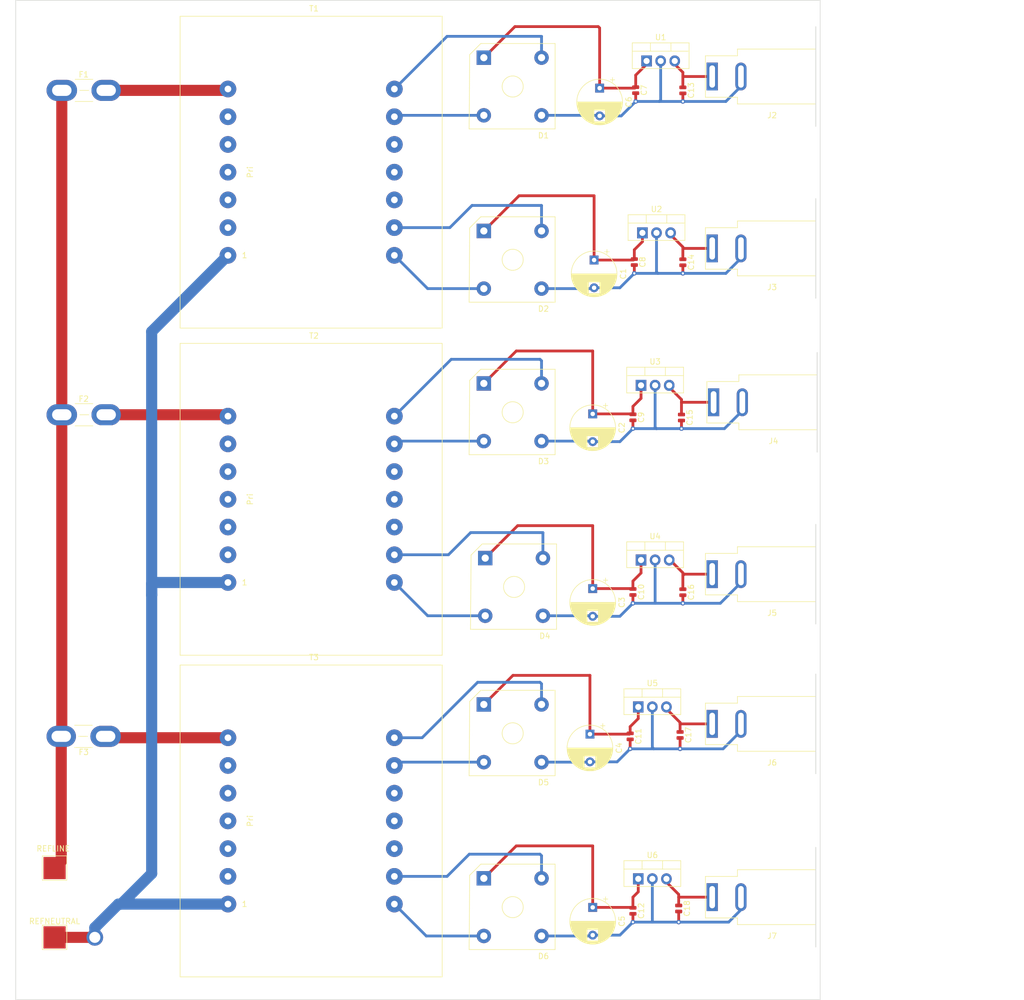
<source format=kicad_pcb>
(kicad_pcb (version 20211014) (generator pcbnew)
  (layers (0 "F.Cu" signal) (31 "B.Cu" signal) (34 "B.Paste" user) (35 "F.Paste" user) (36 "B.SilkS" user "B.Silkscreen") (37 "F.SilkS" user "F.Silkscreen") (38 "B.Mask" user) (39 "F.Mask" user) (44 "Edge.Cuts" user))
  (net 0 "")
  (net 1 "Net-(C1-Pad1)")
  (net 2 "Net-(C2-Pad1)")
  (net 3 "Net-(C10-Pad1)")
  (net 4 "Net-(C11-Pad1)")
  (net 5 "Net-(C12-Pad1)")
  (net 6 "Net-(C6-Pad1)")
  (net 7 "Net-(C13-Pad1)")
  (net 8 "Net-(C14-Pad1)")
  (net 9 "Net-(C15-Pad1)")
  (net 10 "Net-(C16-Pad1)")
  (net 11 "Net-(C17-Pad1)")
  (net 12 "Net-(C18-Pad1)")
  (net 13 "Net-(D1-Pad2)")
  (net 14 "Net-(D1-Pad4)")
  (net 15 "Net-(D2-Pad2)")
  (net 16 "Net-(D2-Pad4)")
  (net 17 "Net-(D3-Pad2)")
  (net 18 "Net-(D3-Pad4)")
  (net 19 "Net-(D4-Pad2)")
  (net 20 "Net-(D4-Pad4)")
  (net 21 "Net-(D5-Pad2)")
  (net 22 "Net-(D5-Pad4)")
  (net 23 "Net-(D6-Pad2)")
  (net 24 "Net-(D6-Pad4)")
  (net 25 "Line")
  (net 26 "Net-(F1-Pad2)")
  (net 27 "Net-(F2-Pad2)")
  (net 28 "Net-(F3-Pad1)")
  (net 29 "Neutral")
  (net 30 "GND")
  (footprint "Capacitor_THT:CP_Radial_D8.0mm_P5.00mm" (layer "F.Cu") (at 119.5 89.597349 -90)
    (fp_text reference "C2" (at 2.5 -5.25 90) (layer "F.SilkS"))
    (fp_text value "470uF")
    (pad "1" thru_hole rect (at 0 0 270) (size 1.6 1.6) (drill 0.8) (layers *.Cu *.Mask) (net 2 "Net-(C2-Pad1)"))
    (pad "2" thru_hole circle (at 5 0 270) (size 1.6 1.6) (drill 0.8) (layers *.Cu *.Mask) (net 30 "GND"))
  )
  (footprint "Transformer_THT:Transformer_CHK_EI54-12VA_2xSec" (layer "F.Cu") (at 53.75 120)
    (fp_text reference "T2" (at 15.5 -44.5) (layer "F.SilkS"))
    (fp_text value "Transformer_1P_2S")
    (fp_text user "1" (at 3 0) (layer "F.SilkS"))
    (fp_text user "Pri" (at 4 -15 90) (layer "F.SilkS"))
    (pad "1" thru_hole circle (at 0 0) (size 3 3) (drill 1.2) (layers *.Cu *.Mask) (net 29 "Neutral"))
    (pad "2" thru_hole circle (at 0 -5) (size 3 3) (drill 1.2) (layers *.Cu *.Mask))
    (pad "3" thru_hole circle (at 0 -10) (size 3 3) (drill 1.2) (layers *.Cu *.Mask))
    (pad "4" thru_hole circle (at 0 -15) (size 3 3) (drill 1.2) (layers *.Cu *.Mask))
    (pad "5" thru_hole circle (at 0 -20) (size 3 3) (drill 1.2) (layers *.Cu *.Mask))
    (pad "6" thru_hole circle (at 0 -25) (size 3 3) (drill 1.2) (layers *.Cu *.Mask))
    (pad "7" thru_hole circle (at 0 -30) (size 3 3) (drill 1.2) (layers *.Cu *.Mask) (net 27 "Net-(F2-Pad2)"))
    (pad "8" thru_hole circle (at 30 -30) (size 3 3) (drill 1.2) (layers *.Cu *.Mask) (net 18 "Net-(D3-Pad4)"))
    (pad "9" thru_hole circle (at 30 -25) (size 3 3) (drill 1.2) (layers *.Cu *.Mask) (net 17 "Net-(D3-Pad2)"))
    (pad "10" thru_hole circle (at 30 -20) (size 3 3) (drill 1.2) (layers *.Cu *.Mask))
    (pad "11" thru_hole circle (at 30 -15) (size 3 3) (drill 1.2) (layers *.Cu *.Mask))
    (pad "12" thru_hole circle (at 30 -10) (size 3 3) (drill 1.2) (layers *.Cu *.Mask))
    (pad "13" thru_hole circle (at 30 -5) (size 3 3) (drill 1.2) (layers *.Cu *.Mask) (net 20 "Net-(D4-Pad4)"))
    (pad "14" thru_hole circle (at 30 0) (size 3 3) (drill 1.2) (layers *.Cu *.Mask) (net 19 "Net-(D4-Pad2)"))
  )
  (footprint "Capacitor_THT:CP_Radial_D8.0mm_P5.00mm" (layer "F.Cu") (at 119.5 178.597349 -90)
    (fp_text reference "C5" (at 2.5 -5.25 90) (layer "F.SilkS"))
    (fp_text value "470uF")
    (pad "1" thru_hole rect (at 0 0 270) (size 1.6 1.6) (drill 0.8) (layers *.Cu *.Mask) (net 5 "Net-(C12-Pad1)"))
    (pad "2" thru_hole circle (at 5 0 270) (size 1.6 1.6) (drill 0.8) (layers *.Cu *.Mask) (net 30 "GND"))
  )
  (footprint "Package_TO_SOT_THT:TO-220-3_Vertical" (layer "F.Cu") (at 128.21 115.945)
    (fp_text reference "U4" (at 2.54 -4.27) (layer "F.SilkS"))
    (fp_text value "L7809")
    (pad "1" thru_hole rect (at 0 0) (size 1.905 2) (drill 1.1) (layers *.Cu *.Mask) (net 3 "Net-(C10-Pad1)"))
    (pad "2" thru_hole oval (at 2.54 0) (size 1.905 2) (drill 1.1) (layers *.Cu *.Mask) (net 30 "GND"))
    (pad "3" thru_hole oval (at 5.08 0) (size 1.905 2) (drill 1.1) (layers *.Cu *.Mask) (net 10 "Net-(C16-Pad1)"))
  )
  (footprint "TestPoint:TestPoint_Pad_4.0x4.0mm" (layer "F.Cu") (at 22.5 184)
    (fp_text reference "REFNEUTRAL" (at 0 -2.898) (layer "F.SilkS"))
    (fp_text value "TestPoint_Pad_4.0x4.0mm")
    (pad "1" smd rect (at 0 0) (size 4 4) (layers "F.Cu" "F.Mask") (net 29 "Neutral"))
  )
  (footprint "Capacitor_SMD:C_0504_1310Metric" (layer "F.Cu") (at 126.75 90.21 -90)
    (fp_text reference "C9" (at 0 -1.49 90) (layer "F.SilkS"))
    (fp_text value "0.33uF")
    (pad "1" smd roundrect (at -0.54 0 270) (size 0.66 1.28) (layers "F.Cu" "F.Paste" "F.Mask") (net 2 "Net-(C2-Pad1)"))
    (pad "2" smd roundrect (at 0.54 0 270) (size 0.66 1.28) (layers "F.Cu" "F.Paste" "F.Mask") (net 30 "GND"))
  )
  (footprint "Capacitor_THT:CP_Radial_D8.0mm_P5.00mm" (layer "F.Cu") (at 119 147.347349 -90)
    (fp_text reference "C4" (at 2.5 -5.25 90) (layer "F.SilkS"))
    (fp_text value "470uF")
    (pad "1" thru_hole rect (at 0 0 270) (size 1.6 1.6) (drill 0.8) (layers *.Cu *.Mask) (net 4 "Net-(C11-Pad1)"))
    (pad "2" thru_hole circle (at 5 0 270) (size 1.6 1.6) (drill 0.8) (layers *.Cu *.Mask) (net 30 "GND"))
  )
  (footprint "Capacitor_THT:CP_Radial_D8.0mm_P5.00mm" (layer "F.Cu") (at 120.75 30.847349 -90)
    (fp_text reference "C6" (at 2.5 -5.25 90) (layer "F.SilkS"))
    (fp_text value "470uF")
    (pad "1" thru_hole rect (at 0 0 270) (size 1.6 1.6) (drill 0.8) (layers *.Cu *.Mask) (net 6 "Net-(C6-Pad1)"))
    (pad "2" thru_hole circle (at 5 0 270) (size 1.6 1.6) (drill 0.8) (layers *.Cu *.Mask) (net 30 "GND"))
  )
  (footprint "Capacitor_SMD:C_0504_1310Metric" (layer "F.Cu") (at 135.25 147.5 -90)
    (fp_text reference "C17" (at 0 -1.49 90) (layer "F.SilkS"))
    (fp_text value "0.1uF")
    (pad "1" smd roundrect (at -0.54 0 270) (size 0.66 1.28) (layers "F.Cu" "F.Paste" "F.Mask") (net 11 "Net-(C17-Pad1)"))
    (pad "2" smd roundrect (at 0.54 0 270) (size 0.66 1.28) (layers "F.Cu" "F.Paste" "F.Mask") (net 30 "GND"))
  )
  (footprint "Transformer_THT:Transformer_CHK_EI54-12VA_2xSec" (layer "F.Cu") (at 53.75 61)
    (fp_text reference "T1" (at 15.5 -44.5) (layer "F.SilkS"))
    (fp_text value "Transformer_1P_2S")
    (fp_text user "1" (at 3 0) (layer "F.SilkS"))
    (fp_text user "Pri" (at 4 -15 90) (layer "F.SilkS"))
    (pad "1" thru_hole circle (at 0 0) (size 3 3) (drill 1.2) (layers *.Cu *.Mask) (net 29 "Neutral"))
    (pad "2" thru_hole circle (at 0 -5) (size 3 3) (drill 1.2) (layers *.Cu *.Mask))
    (pad "3" thru_hole circle (at 0 -10) (size 3 3) (drill 1.2) (layers *.Cu *.Mask))
    (pad "4" thru_hole circle (at 0 -15) (size 3 3) (drill 1.2) (layers *.Cu *.Mask))
    (pad "5" thru_hole circle (at 0 -20) (size 3 3) (drill 1.2) (layers *.Cu *.Mask))
    (pad "6" thru_hole circle (at 0 -25) (size 3 3) (drill 1.2) (layers *.Cu *.Mask))
    (pad "7" thru_hole circle (at 0 -30) (size 3 3) (drill 1.2) (layers *.Cu *.Mask) (net 26 "Net-(F1-Pad2)"))
    (pad "8" thru_hole circle (at 30 -30) (size 3 3) (drill 1.2) (layers *.Cu *.Mask) (net 14 "Net-(D1-Pad4)"))
    (pad "9" thru_hole circle (at 30 -25) (size 3 3) (drill 1.2) (layers *.Cu *.Mask) (net 13 "Net-(D1-Pad2)"))
    (pad "10" thru_hole circle (at 30 -20) (size 3 3) (drill 1.2) (layers *.Cu *.Mask))
    (pad "11" thru_hole circle (at 30 -15) (size 3 3) (drill 1.2) (layers *.Cu *.Mask))
    (pad "12" thru_hole circle (at 30 -10) (size 3 3) (drill 1.2) (layers *.Cu *.Mask))
    (pad "13" thru_hole circle (at 30 -5) (size 3 3) (drill 1.2) (layers *.Cu *.Mask) (net 16 "Net-(D2-Pad4)"))
    (pad "14" thru_hole circle (at 30 0) (size 3 3) (drill 1.2) (layers *.Cu *.Mask) (net 15 "Net-(D2-Pad2)"))
  )
  (footprint "Diode_THT:Diode_Bridge_Vishay_KBPC6" (layer "F.Cu") (at 99.875 84.1)
    (fp_text reference "D3" (at 10.75 14.05) (layer "F.SilkS"))
    (fp_text value "VS-KBPC806")
    (pad "1" thru_hole rect (at 0 0) (size 2.6 2.6) (drill 1.3) (layers *.Cu *.Mask) (net 2 "Net-(C2-Pad1)"))
    (pad "2" thru_hole circle (at 0 10.4) (size 2.6 2.6) (drill 1.3) (layers *.Cu *.Mask) (net 17 "Net-(D3-Pad2)"))
    (pad "3" thru_hole circle (at 10.4 10.4) (size 2.6 2.6) (drill 1.3) (layers *.Cu *.Mask) (net 30 "GND"))
    (pad "4" thru_hole circle (at 10.4 0) (size 2.6 2.6) (drill 1.3) (layers *.Cu *.Mask) (net 18 "Net-(D3-Pad4)"))
  )
  (footprint "Connector_BarrelJack:BarrelJack_SwitchcraftConxall_RAPC10U_Horizontal" (layer "F.Cu") (at 141.04 176.75 180)
    (fp_text reference "J7" (at -10.8 -7) (layer "F.SilkS"))
    (fp_text value "Jack-DC")
    (fp_line (start -18.67 -9) (end -18.67 9) (layer "Edge.Cuts") (width 0.12))
    (pad "1" thru_hole rect (at 0 0 180) (size 2.02 5.02) (drill oval 1.02 4.02) (layers *.Cu *.Mask) (net 12 "Net-(C18-Pad1)"))
    (pad "2" thru_hole oval (at -5.18 0 180) (size 2.02 5.02) (drill oval 1.02 4.02) (layers *.Cu *.Mask) (net 30 "GND"))
  )
  (footprint "Package_TO_SOT_THT:TO-220-3_Vertical" (layer "F.Cu") (at 128.46 56.945)
    (fp_text reference "U2" (at 2.54 -4.27) (layer "F.SilkS"))
    (fp_text value "L7809")
    (pad "1" thru_hole rect (at 0 0) (size 1.905 2) (drill 1.1) (layers *.Cu *.Mask) (net 1 "Net-(C1-Pad1)"))
    (pad "2" thru_hole oval (at 2.54 0) (size 1.905 2) (drill 1.1) (layers *.Cu *.Mask) (net 30 "GND"))
    (pad "3" thru_hole oval (at 5.08 0) (size 1.905 2) (drill 1.1) (layers *.Cu *.Mask) (net 8 "Net-(C14-Pad1)"))
  )
  (footprint "Connector_BarrelJack:BarrelJack_SwitchcraftConxall_RAPC10U_Horizontal" (layer "F.Cu") (at 141.04 145.5 180)
    (fp_text reference "J6" (at -10.8 -7) (layer "F.SilkS"))
    (fp_text value "Jack-DC")
    (fp_line (start -18.67 -9) (end -18.67 9) (layer "Edge.Cuts") (width 0.12))
    (pad "1" thru_hole rect (at 0 0 180) (size 2.02 5.02) (drill oval 1.02 4.02) (layers *.Cu *.Mask) (net 11 "Net-(C17-Pad1)"))
    (pad "2" thru_hole oval (at -5.18 0 180) (size 2.02 5.02) (drill oval 1.02 4.02) (layers *.Cu *.Mask) (net 30 "GND"))
  )
  (footprint "Diode_THT:Diode_Bridge_Vishay_KBPC6" (layer "F.Cu") (at 100.125 115.6)
    (fp_text reference "D4" (at 10.75 14.05) (layer "F.SilkS"))
    (fp_text value "VS-KBPC806")
    (pad "1" thru_hole rect (at 0 0) (size 2.6 2.6) (drill 1.3) (layers *.Cu *.Mask) (net 3 "Net-(C10-Pad1)"))
    (pad "2" thru_hole circle (at 0 10.4) (size 2.6 2.6) (drill 1.3) (layers *.Cu *.Mask) (net 19 "Net-(D4-Pad2)"))
    (pad "3" thru_hole circle (at 10.4 10.4) (size 2.6 2.6) (drill 1.3) (layers *.Cu *.Mask) (net 30 "GND"))
    (pad "4" thru_hole circle (at 10.4 0) (size 2.6 2.6) (drill 1.3) (layers *.Cu *.Mask) (net 20 "Net-(D4-Pad4)"))
  )
  (footprint "Capacitor_SMD:C_0504_1310Metric" (layer "F.Cu") (at 135.75 31.25 -90)
    (fp_text reference "C13" (at 0 -1.49 90) (layer "F.SilkS"))
    (fp_text value "0.1uF")
    (pad "1" smd roundrect (at -0.54 0 270) (size 0.66 1.28) (layers "F.Cu" "F.Paste" "F.Mask") (net 7 "Net-(C13-Pad1)"))
    (pad "2" smd roundrect (at 0.54 0 270) (size 0.66 1.28) (layers "F.Cu" "F.Paste" "F.Mask") (net 30 "GND"))
  )
  (footprint "Diode_THT:Diode_Bridge_Vishay_KBPC6" (layer "F.Cu") (at 99.875 56.6)
    (fp_text reference "D2" (at 10.75 14.05) (layer "F.SilkS"))
    (fp_text value "VS-KBPC806")
    (pad "1" thru_hole rect (at 0 0) (size 2.6 2.6) (drill 1.3) (layers *.Cu *.Mask) (net 1 "Net-(C1-Pad1)"))
    (pad "2" thru_hole circle (at 0 10.4) (size 2.6 2.6) (drill 1.3) (layers *.Cu *.Mask) (net 15 "Net-(D2-Pad2)"))
    (pad "3" thru_hole circle (at 10.4 10.4) (size 2.6 2.6) (drill 1.3) (layers *.Cu *.Mask) (net 30 "GND"))
    (pad "4" thru_hole circle (at 10.4 0) (size 2.6 2.6) (drill 1.3) (layers *.Cu *.Mask) (net 16 "Net-(D2-Pad4)"))
  )
  (footprint "Capacitor_SMD:C_0504_1310Metric" (layer "F.Cu") (at 126.75 121.71 -90)
    (fp_text reference "C10" (at 0 -1.49 90) (layer "F.SilkS"))
    (fp_text value "0.33uF")
    (pad "1" smd roundrect (at -0.54 0 270) (size 0.66 1.28) (layers "F.Cu" "F.Paste" "F.Mask") (net 3 "Net-(C10-Pad1)"))
    (pad "2" smd roundrect (at 0.54 0 270) (size 0.66 1.28) (layers "F.Cu" "F.Paste" "F.Mask") (net 30 "GND"))
  )
  (footprint "Package_TO_SOT_THT:TO-220-3_Vertical" (layer "F.Cu") (at 128.21 84.445)
    (fp_text reference "U3" (at 2.54 -4.27) (layer "F.SilkS"))
    (fp_text value "L7809")
    (pad "1" thru_hole rect (at 0 0) (size 1.905 2) (drill 1.1) (layers *.Cu *.Mask) (net 2 "Net-(C2-Pad1)"))
    (pad "2" thru_hole oval (at 2.54 0) (size 1.905 2) (drill 1.1) (layers *.Cu *.Mask) (net 30 "GND"))
    (pad "3" thru_hole oval (at 5.08 0) (size 1.905 2) (drill 1.1) (layers *.Cu *.Mask) (net 9 "Net-(C15-Pad1)"))
  )
  (footprint "Capacitor_SMD:C_0504_1310Metric" (layer "F.Cu") (at 127 62.21 -90)
    (fp_text reference "C8" (at 0 -1.49 90) (layer "F.SilkS"))
    (fp_text value "0.33uF")
    (pad "1" smd roundrect (at -0.54 0 270) (size 0.66 1.28) (layers "F.Cu" "F.Paste" "F.Mask") (net 1 "Net-(C1-Pad1)"))
    (pad "2" smd roundrect (at 0.54 0 270) (size 0.66 1.28) (layers "F.Cu" "F.Paste" "F.Mask") (net 30 "GND"))
  )
  (footprint "Capacitor_SMD:C_0504_1310Metric" (layer "F.Cu") (at 126.75 179.21 -90)
    (fp_text reference "C12" (at 0 -1.49 90) (layer "F.SilkS"))
    (fp_text value "0.33uF")
    (pad "1" smd roundrect (at -0.54 0 270) (size 0.66 1.28) (layers "F.Cu" "F.Paste" "F.Mask") (net 5 "Net-(C12-Pad1)"))
    (pad "2" smd roundrect (at 0.54 0 270) (size 0.66 1.28) (layers "F.Cu" "F.Paste" "F.Mask") (net 30 "GND"))
  )
  (footprint "Package_TO_SOT_THT:TO-220-3_Vertical" (layer "F.Cu") (at 127.71 142.445)
    (fp_text reference "U5" (at 2.54 -4.27) (layer "F.SilkS"))
    (fp_text value "L7809")
    (pad "1" thru_hole rect (at 0 0) (size 1.905 2) (drill 1.1) (layers *.Cu *.Mask) (net 4 "Net-(C11-Pad1)"))
    (pad "2" thru_hole oval locked (at 2.54 0) (size 1.905 2) (drill 1.1) (layers *.Cu *.Mask) (net 30 "GND"))
    (pad "3" thru_hole oval (at 5.08 0) (size 1.905 2) (drill 1.1) (layers *.Cu *.Mask) (net 11 "Net-(C17-Pad1)"))
  )
  (footprint "Fuse:Fuse_Blade_Mini_directSolder" (layer "F.Cu") (at 23.8 89.75)
    (fp_text reference "F2" (at 3.95 -2.85) (layer "F.SilkS"))
    (fp_text value "Fuse")
    (pad "1" thru_hole oval (at 0 0) (size 5.5 3.8) (drill oval 3.5 2) (layers *.Cu *.Mask) (net 25 "Line"))
    (pad "2" thru_hole oval (at 8 0) (size 5.3 3.8) (drill oval 3.5 2) (layers *.Cu *.Mask) (net 27 "Net-(F2-Pad2)"))
  )
  (footprint "Transformer_THT:Transformer_CHK_EI54-12VA_2xSec" (layer "F.Cu") (at 53.75 178)
    (fp_text reference "T3" (at 15.5 -44.5) (layer "F.SilkS"))
    (fp_text value "Transformer_1P_2S")
    (fp_text user "Pri" (at 4 -15 90) (layer "F.SilkS"))
    (fp_text user "1" (at 3 0) (layer "F.SilkS"))
    (pad "1" thru_hole circle (at 0 0) (size 3 3) (drill 1.2) (layers *.Cu *.Mask) (net 29 "Neutral"))
    (pad "2" thru_hole circle (at 0 -5) (size 3 3) (drill 1.2) (layers *.Cu *.Mask))
    (pad "3" thru_hole circle (at 0 -10) (size 3 3) (drill 1.2) (layers *.Cu *.Mask))
    (pad "4" thru_hole circle (at 0 -15) (size 3 3) (drill 1.2) (layers *.Cu *.Mask))
    (pad "5" thru_hole circle (at 0 -20) (size 3 3) (drill 1.2) (layers *.Cu *.Mask))
    (pad "6" thru_hole circle (at 0 -25) (size 3 3) (drill 1.2) (layers *.Cu *.Mask))
    (pad "7" thru_hole circle (at 0 -30) (size 3 3) (drill 1.2) (layers *.Cu *.Mask) (net 28 "Net-(F3-Pad1)"))
    (pad "8" thru_hole circle (at 30 -30) (size 3 3) (drill 1.2) (layers *.Cu *.Mask) (net 22 "Net-(D5-Pad4)"))
    (pad "9" thru_hole circle (at 30 -25) (size 3 3) (drill 1.2) (layers *.Cu *.Mask) (net 21 "Net-(D5-Pad2)"))
    (pad "10" thru_hole circle (at 30 -20) (size 3 3) (drill 1.2) (layers *.Cu *.Mask))
    (pad "11" thru_hole circle (at 30 -15) (size 3 3) (drill 1.2) (layers *.Cu *.Mask))
    (pad "12" thru_hole circle (at 30 -10) (size 3 3) (drill 1.2) (layers *.Cu *.Mask))
    (pad "13" thru_hole circle (at 30 -5) (size 3 3) (drill 1.2) (layers *.Cu *.Mask) (net 24 "Net-(D6-Pad4)"))
    (pad "14" thru_hole circle (at 30 0) (size 3 3) (drill 1.2) (layers *.Cu *.Mask) (net 23 "Net-(D6-Pad2)"))
  )
  (footprint "Capacitor_SMD:C_0504_1310Metric" (layer "F.Cu") (at 135 178.79 -90)
    (fp_text reference "C18" (at 0 -1.49 90) (layer "F.SilkS"))
    (fp_text value "0.1uF")
    (pad "1" smd roundrect (at -0.54 0 270) (size 0.66 1.28) (layers "F.Cu" "F.Paste" "F.Mask") (net 12 "Net-(C18-Pad1)"))
    (pad "2" smd roundrect (at 0.54 0 270) (size 0.66 1.28) (layers "F.Cu" "F.Paste" "F.Mask") (net 30 "GND"))
  )
  (footprint "Capacitor_THT:CP_Radial_D8.0mm_P5.00mm" (layer "F.Cu") (at 119.75 61.847349 -90)
    (fp_text reference "C1" (at 2.5 -5.25 90) (layer "F.SilkS"))
    (fp_text value "470uF")
    (pad "1" thru_hole rect (at 0 0 270) (size 1.6 1.6) (drill 0.8) (layers *.Cu *.Mask) (net 1 "Net-(C1-Pad1)"))
    (pad "2" thru_hole circle (at 5 0 270) (size 1.6 1.6) (drill 0.8) (layers *.Cu *.Mask) (net 30 "GND"))
  )
  (footprint "Connector_BarrelJack:BarrelJack_SwitchcraftConxall_RAPC10U_Horizontal" (layer "F.Cu") (at 141.04 59.75 180)
    (fp_text reference "J3" (at -10.8 -7) (layer "F.SilkS"))
    (fp_text value "Jack-DC")
    (fp_line (start -18.67 -9) (end -18.67 9) (layer "Edge.Cuts") (width 0.12))
    (pad "1" thru_hole rect (at 0 0 180) (size 2.02 5.02) (drill oval 1.02 4.02) (layers *.Cu *.Mask) (net 8 "Net-(C14-Pad1)"))
    (pad "2" thru_hole oval (at -5.18 0 180) (size 2.02 5.02) (drill oval 1.02 4.02) (layers *.Cu *.Mask) (net 30 "GND"))
  )
  (footprint "Connector_BarrelJack:BarrelJack_SwitchcraftConxall_RAPC10U_Horizontal" (layer "F.Cu") (at 141.04 118.5 180)
    (fp_text reference "J5" (at -10.8 -7) (layer "F.SilkS"))
    (fp_text value "Jack-DC")
    (fp_line (start -18.67 -9) (end -18.67 9) (layer "Edge.Cuts") (width 0.12))
    (pad "1" thru_hole rect (at 0 0 180) (size 2.02 5.02) (drill oval 1.02 4.02) (layers *.Cu *.Mask) (net 10 "Net-(C16-Pad1)"))
    (pad "2" thru_hole oval (at -5.18 0 180) (size 2.02 5.02) (drill oval 1.02 4.02) (layers *.Cu *.Mask) (net 30 "GND"))
  )
  (footprint "Capacitor_THT:CP_Radial_D8.0mm_P5.00mm" (layer "F.Cu") (at 119.5 121.097349 -90)
    (fp_text reference "C3" (at 2.5 -5.25 90) (layer "F.SilkS"))
    (fp_text value "470uF")
    (pad "1" thru_hole rect (at 0 0 270) (size 1.6 1.6) (drill 0.8) (layers *.Cu *.Mask) (net 3 "Net-(C10-Pad1)"))
    (pad "2" thru_hole circle (at 5 0 270) (size 1.6 1.6) (drill 0.8) (layers *.Cu *.Mask) (net 30 "GND"))
  )
  (footprint "Diode_THT:Diode_Bridge_Vishay_KBPC6" (layer "F.Cu") (at 99.875 142)
    (fp_text reference "D5" (at 10.75 14.05) (layer "F.SilkS"))
    (fp_text value "VS-KBPC806")
    (pad "1" thru_hole rect (at 0 0) (size 2.6 2.6) (drill 1.3) (layers *.Cu *.Mask) (net 4 "Net-(C11-Pad1)"))
    (pad "2" thru_hole circle (at 0 10.4) (size 2.6 2.6) (drill 1.3) (layers *.Cu *.Mask) (net 21 "Net-(D5-Pad2)"))
    (pad "3" thru_hole circle (at 10.4 10.4) (size 2.6 2.6) (drill 1.3) (layers *.Cu *.Mask) (net 30 "GND"))
    (pad "4" thru_hole circle (at 10.4 0) (size 2.6 2.6) (drill 1.3) (layers *.Cu *.Mask) (net 22 "Net-(D5-Pad4)"))
  )
  (footprint "Capacitor_SMD:C_0504_1310Metric" (layer "F.Cu") (at 135.75 121.75 -90)
    (fp_text reference "C16" (at 0 -1.49 90) (layer "F.SilkS"))
    (fp_text value "0.1uF")
    (pad "1" smd roundrect (at -0.54 0 270) (size 0.66 1.28) (layers "F.Cu" "F.Paste" "F.Mask") (net 10 "Net-(C16-Pad1)"))
    (pad "2" smd roundrect (at 0.54 0 270) (size 0.66 1.28) (layers "F.Cu" "F.Paste" "F.Mask") (net 30 "GND"))
  )
  (footprint "Capacitor_SMD:C_0504_1310Metric" (layer "F.Cu") (at 127.25 31.21 -90)
    (fp_text reference "C7" (at 0 -1.49 90) (layer "F.SilkS"))
    (fp_text value "0.33uF")
    (pad "1" smd roundrect (at -0.54 0 270) (size 0.66 1.28) (layers "F.Cu" "F.Paste" "F.Mask") (net 6 "Net-(C6-Pad1)"))
    (pad "2" smd roundrect (at 0.54 0 270) (size 0.66 1.28) (layers "F.Cu" "F.Paste" "F.Mask") (net 30 "GND"))
  )
  (footprint "TestPoint:TestPoint_Pad_4.0x4.0mm" (layer "F.Cu") (at 22.5 171.5)
    (fp_text reference "REFLINE" (at -0.25 -3.5) (layer "F.SilkS"))
    (fp_text value "TestPoint_Pad_4.0x4.0mm")
    (pad "1" smd rect (at 0 0) (size 4 4) (layers "F.Cu" "F.Mask") (net 25 "Line"))
  )
  (footprint "Diode_THT:Diode_Bridge_Vishay_KBPC6" (layer "F.Cu") (at 99.875 25.35)
    (fp_text reference "D1" (at 10.75 14.05) (layer "F.SilkS"))
    (fp_text value "VS-KBPC806")
    (pad "1" thru_hole rect (at 0 0) (size 2.6 2.6) (drill 1.3) (layers *.Cu *.Mask) (net 6 "Net-(C6-Pad1)"))
    (pad "2" thru_hole circle (at 0 10.4) (size 2.6 2.6) (drill 1.3) (layers *.Cu *.Mask) (net 13 "Net-(D1-Pad2)"))
    (pad "3" thru_hole circle (at 10.4 10.4) (size 2.6 2.6) (drill 1.3) (layers *.Cu *.Mask) (net 30 "GND"))
    (pad "4" thru_hole circle (at 10.4 0) (size 2.6 2.6) (drill 1.3) (layers *.Cu *.Mask) (net 14 "Net-(D1-Pad4)"))
  )
  (footprint "Package_TO_SOT_THT:TO-220-3_Vertical" (layer "F.Cu") (at 129.21 25.945)
    (fp_text reference "U1" (at 2.54 -4.27) (layer "F.SilkS"))
    (fp_text value "L7809")
    (pad "1" thru_hole rect (at 0 0) (size 1.905 2) (drill 1.1) (layers *.Cu *.Mask) (net 6 "Net-(C6-Pad1)"))
    (pad "2" thru_hole oval (at 2.54 0) (size 1.905 2) (drill 1.1) (layers *.Cu *.Mask) (net 30 "GND"))
    (pad "3" thru_hole oval (at 5.08 0) (size 1.905 2) (drill 1.1) (layers *.Cu *.Mask) (net 7 "Net-(C13-Pad1)"))
  )
  (footprint "Connector_BarrelJack:BarrelJack_SwitchcraftConxall_RAPC10U_Horizontal" (layer "F.Cu") (at 141.29 87.5 180)
    (fp_text reference "J4" (at -10.8 -7) (layer "F.SilkS"))
    (fp_text value "Jack-DC")
    (fp_line (start -18.67 -9) (end -18.67 9) (layer "Edge.Cuts") (width 0.12))
    (pad "1" thru_hole rect (at 0 0 180) (size 2.02 5.02) (drill oval 1.02 4.02) (layers *.Cu *.Mask) (net 9 "Net-(C15-Pad1)"))
    (pad "2" thru_hole oval (at -5.18 0 180) (size 2.02 5.02) (drill oval 1.02 4.02) (layers *.Cu *.Mask) (net 30 "GND"))
  )
  (footprint "Package_TO_SOT_THT:TO-220-3_Vertical" (layer "F.Cu") (at 127.71 173.445)
    (fp_text reference "U6" (at 2.54 -4.27) (layer "F.SilkS"))
    (fp_text value "L7809")
    (pad "1" thru_hole rect (at 0 0) (size 1.905 2) (drill 1.1) (layers *.Cu *.Mask) (net 5 "Net-(C12-Pad1)"))
    (pad "2" thru_hole oval (at 2.54 0) (size 1.905 2) (drill 1.1) (layers *.Cu *.Mask) (net 30 "GND"))
    (pad "3" thru_hole oval (at 5.08 0) (size 1.905 2) (drill 1.1) (layers *.Cu *.Mask) (net 12 "Net-(C18-Pad1)"))
  )
  (footprint "Fuse:Fuse_Blade_Mini_directSolder" (layer "F.Cu") (at 31.7 147.75 180)
    (fp_text reference "F3" (at 3.95 -2.85) (layer "F.SilkS"))
    (fp_text value "Fuse")
    (pad "1" thru_hole oval (at 0 0 180) (size 5.5 3.8) (drill oval 3.5 2) (layers *.Cu *.Mask) (net 28 "Net-(F3-Pad1)"))
    (pad "2" thru_hole oval (at 8 0 180) (size 5.3 3.8) (drill oval 3.5 2) (layers *.Cu *.Mask) (net 25 "Line"))
  )
  (footprint "Capacitor_SMD:C_0504_1310Metric" (layer "F.Cu") (at 135.5 90.25 -90)
    (fp_text reference "C15" (at 0 -1.49 90) (layer "F.SilkS"))
    (fp_text value "0.1uF")
    (pad "1" smd roundrect (at -0.54 0 270) (size 0.66 1.28) (layers "F.Cu" "F.Paste" "F.Mask") (net 9 "Net-(C15-Pad1)"))
    (pad "2" smd roundrect (at 0.54 0 270) (size 0.66 1.28) (layers "F.Cu" "F.Paste" "F.Mask") (net 30 "GND"))
  )
  (footprint "Connector_BarrelJack:BarrelJack_SwitchcraftConxall_RAPC10U_Horizontal" (layer "F.Cu") (at 141.04 28.75 180)
    (fp_text reference "J2" (at -10.8 -7) (layer "F.SilkS"))
    (fp_text value "Jack-DC")
    (fp_line (start -18.67 -9) (end -18.67 9) (layer "Edge.Cuts") (width 0.12))
    (pad "1" thru_hole rect (at 0 0 180) (size 2.02 5.02) (drill oval 1.02 4.02) (layers *.Cu *.Mask) (net 7 "Net-(C13-Pad1)"))
    (pad "2" thru_hole oval (at -5.18 0 180) (size 2.02 5.02) (drill oval 1.02 4.02) (layers *.Cu *.Mask) (net 30 "GND"))
  )
  (footprint "Capacitor_SMD:C_0504_1310Metric" (layer "F.Cu") (at 126.25 147.75 -90)
    (fp_text reference "C11" (at 0 -1.49 90) (layer "F.SilkS"))
    (fp_text value "0.33uF")
    (pad "1" smd roundrect (at -0.54 0 270) (size 0.66 1.28) (layers "F.Cu" "F.Paste" "F.Mask") (net 4 "Net-(C11-Pad1)"))
    (pad "2" smd roundrect (at 0.54 0 270) (size 0.66 1.28) (layers "F.Cu" "F.Paste" "F.Mask") (net 30 "GND"))
  )
  (footprint "Fuse:Fuse_Blade_Mini_directSolder" (layer "F.Cu") (at 23.8 31.25)
    (fp_text reference "F1" (at 3.95 -2.85) (layer "F.SilkS"))
    (fp_text value "Fuse")
    (pad "1" thru_hole oval (at 0 0) (size 5.5 3.8) (drill oval 3.5 2) (layers *.Cu *.Mask) (net 25 "Line"))
    (pad "2" thru_hole oval (at 8 0) (size 5.3 3.8) (drill oval 3.5 2) (layers *.Cu *.Mask) (net 26 "Net-(F1-Pad2)"))
  )
  (footprint "Diode_THT:Diode_Bridge_Vishay_KBPC6" (layer "F.Cu") (at 99.875 173.35)
    (fp_text reference "D6" (at 10.75 14.05) (layer "F.SilkS"))
    (fp_text value "VS-KBPC806")
    (pad "1" thru_hole rect (at 0 0) (size 2.6 2.6) (drill 1.3) (layers *.Cu *.Mask) (net 5 "Net-(C12-Pad1)"))
    (pad "2" thru_hole circle (at 0 10.4) (size 2.6 2.6) (drill 1.3) (layers *.Cu *.Mask) (net 23 "Net-(D6-Pad2)"))
    (pad "3" thru_hole circle (at 10.4 10.4) (size 2.6 2.6) (drill 1.3) (layers *.Cu *.Mask) (net 30 "GND"))
    (pad "4" thru_hole circle (at 10.4 0) (size 2.6 2.6) (drill 1.3) (layers *.Cu *.Mask) (net 24 "Net-(D6-Pad4)"))
  )
  (footprint "Capacitor_SMD:C_0504_1310Metric" (layer "F.Cu") (at 135.75 62.25 -90)
    (fp_text reference "C14" (at 0 -1.49 90) (layer "F.SilkS"))
    (fp_text value "0.1uF")
    (pad "1" smd roundrect (at -0.54 0 270) (size 0.66 1.28) (layers "F.Cu" "F.Paste" "F.Mask") (net 8 "Net-(C14-Pad1)"))
    (pad "2" smd roundrect (at 0.54 0 270) (size 0.66 1.28) (layers "F.Cu" "F.Paste" "F.Mask") (net 30 "GND"))
  )
  (gr_rect (start 160.5 195.25) (end 15.5 15) (layer "Edge.Cuts") (width 0.1) (fill none))
  (segment (start 106.225 50.25) (end 99.875 56.6) (width 0.5) (layer "F.Cu") (net 1))
  (segment (start 127 61.67) (end 127 60) (width 0.5) (layer "F.Cu") (net 1))
  (segment (start 127 60) (end 128.46 58.54) (width 0.5) (layer "F.Cu") (net 1))
  (segment (start 119.75 50.25) (end 106.225 50.25) (width 0.5) (layer "F.Cu") (net 1))
  (segment (start 119.75 61.847349) (end 119.75 50.25) (width 0.5) (layer "F.Cu") (net 1))
  (segment (start 128.46 58.54) (end 128.46 56.945) (width 0.5) (layer "F.Cu") (net 1))
  (segment (start 119.75 61.847349) (end 126.822651 61.847349) (width 0.5) (layer "F.Cu") (net 1))
  (segment (start 126.822651 61.847349) (end 127 61.67) (width 0.5) (layer "F.Cu") (net 1))
  (segment (start 119.5 89.597349) (end 119.5 78.25) (width 0.5) (layer "F.Cu") (net 2))
  (segment (start 126.677349 89.597349) (end 126.75 89.67) (width 0.5) (layer "F.Cu") (net 2))
  (segment (start 105.725 78.25) (end 99.875 84.1) (width 0.5) (layer "F.Cu") (net 2))
  (segment (start 119.5 89.597349) (end 126.677349 89.597349) (width 0.5) (layer "F.Cu") (net 2))
  (segment (start 128.21 86.79) (end 128.21 84.445) (width 0.5) (layer "F.Cu") (net 2))
  (segment (start 119.5 78.25) (end 105.725 78.25) (width 0.5) (layer "F.Cu") (net 2))
  (segment (start 126.75 89.67) (end 126.75 88.25) (width 0.5) (layer "F.Cu") (net 2))
  (segment (start 126.75 88.25) (end 128.21 86.79) (width 0.5) (layer "F.Cu") (net 2))
  (segment (start 126.677349 121.097349) (end 126.75 121.17) (width 0.5) (layer "F.Cu") (net 3))
  (segment (start 119.5 121.097349) (end 126.677349 121.097349) (width 0.5) (layer "F.Cu") (net 3))
  (segment (start 119.5 121.097349) (end 119.5 109.75) (width 0.5) (layer "F.Cu") (net 3))
  (segment (start 105.975 109.75) (end 100.125 115.6) (width 0.5) (layer "F.Cu") (net 3))
  (segment (start 128.21 118.29) (end 128.21 115.945) (width 0.5) (layer "F.Cu") (net 3))
  (segment (start 119.5 109.75) (end 105.975 109.75) (width 0.5) (layer "F.Cu") (net 3))
  (segment (start 126.75 119.75) (end 128.21 118.29) (width 0.5) (layer "F.Cu") (net 3))
  (segment (start 126.75 121.17) (end 126.75 119.75) (width 0.5) (layer "F.Cu") (net 3))
  (segment (start 126.25 147.21) (end 126.112651 147.347349) (width 0.5) (layer "F.Cu") (net 4))
  (segment (start 127.71 144.54) (end 127.71 142.445) (width 0.5) (layer "F.Cu") (net 4))
  (segment (start 119 136.75) (end 105.125 136.75) (width 0.5) (layer "F.Cu") (net 4))
  (segment (start 126.25 147.21) (end 126.25 146) (width 0.5) (layer "F.Cu") (net 4))
  (segment (start 126.112651 147.347349) (end 119 147.347349) (width 0.5) (layer "F.Cu") (net 4))
  (segment (start 126.25 146) (end 127.71 144.54) (width 0.5) (layer "F.Cu") (net 4))
  (segment (start 105.125 136.75) (end 99.875 142) (width 0.5) (layer "F.Cu") (net 4))
  (segment (start 119 147.347349) (end 119 136.75) (width 0.5) (layer "F.Cu") (net 4))
  (segment (start 119.5 178.597349) (end 119.5 167.5) (width 0.5) (layer "F.Cu") (net 5))
  (segment (start 105.725 167.5) (end 99.875 173.35) (width 0.5) (layer "F.Cu") (net 5))
  (segment (start 119.5 178.597349) (end 126.677349 178.597349) (width 0.5) (layer "F.Cu") (net 5))
  (segment (start 126.677349 178.597349) (end 126.75 178.67) (width 0.5) (layer "F.Cu") (net 5))
  (segment (start 127.71 175.79) (end 127.71 173.445) (width 0.5) (layer "F.Cu") (net 5))
  (segment (start 119.5 167.5) (end 105.725 167.5) (width 0.5) (layer "F.Cu") (net 5))
  (segment (start 126.75 178.67) (end 126.75 176.75) (width 0.5) (layer "F.Cu") (net 5))
  (segment (start 126.75 176.75) (end 127.71 175.79) (width 0.5) (layer "F.Cu") (net 5))
  (segment (start 120.75 30.847349) (end 127.072651 30.847349) (width 0.5) (layer "F.Cu") (net 6))
  (segment (start 105.475 19.75) (end 99.875 25.35) (width 0.5) (layer "F.Cu") (net 6))
  (segment (start 129.21 26.54) (end 129.21 25.945) (width 0.5) (layer "F.Cu") (net 6))
  (segment (start 127.25 28.5) (end 129.21 26.54) (width 0.5) (layer "F.Cu") (net 6))
  (segment (start 127.25 30.67) (end 127.25 28.5) (width 0.5) (layer "F.Cu") (net 6))
  (segment (start 120.75 20) (end 120.5 19.75) (width 0.5) (layer "F.Cu") (net 6))
  (segment (start 120.5 19.75) (end 105.475 19.75) (width 0.5) (layer "F.Cu") (net 6))
  (segment (start 127.072651 30.847349) (end 127.25 30.67) (width 0.5) (layer "F.Cu") (net 6))
  (segment (start 120.75 30.847349) (end 120.75 20) (width 0.5) (layer "F.Cu") (net 6))
  (segment (start 135.75 28.75) (end 135.75 28) (width 0.5) (layer "F.Cu") (net 7))
  (segment (start 141.04 28.75) (end 135.75 28.75) (width 0.5) (layer "F.Cu") (net 7))
  (segment (start 135.75 30.71) (end 135.75 28.75) (width 0.5) (layer "F.Cu") (net 7))
  (segment (start 135.75 28) (end 134.29 26.54) (width 0.5) (layer "F.Cu") (net 7))
  (segment (start 134.29 26.54) (end 134.29 25.945) (width 0.5) (layer "F.Cu") (net 7))
  (segment (start 135.75 59.75) (end 135.75 59.5) (width 0.5) (layer "F.Cu") (net 8))
  (segment (start 135.75 59.5) (end 133.54 57.29) (width 0.5) (layer "F.Cu") (net 8))
  (segment (start 133.54 57.29) (end 133.54 56.945) (width 0.5) (layer "F.Cu") (net 8))
  (segment (start 135.75 61.71) (end 135.75 59.75) (width 0.5) (layer "F.Cu") (net 8))
  (segment (start 141.04 59.75) (end 135.75 59.75) (width 0.5) (layer "F.Cu") (net 8))
  (segment (start 135.5 87) (end 133.29 84.79) (width 0.5) (layer "F.Cu") (net 9))
  (segment (start 135.5 87.5) (end 135.5 87) (width 0.5) (layer "F.Cu") (net 9))
  (segment (start 141.29 87.5) (end 135.5 87.5) (width 0.5) (layer "F.Cu") (net 9))
  (segment (start 135.5 89.71) (end 135.5 87.5) (width 0.5) (layer "F.Cu") (net 9))
  (segment (start 133.29 84.79) (end 133.29 84.445) (width 0.5) (layer "F.Cu") (net 9))
  (segment (start 133.445 115.945) (end 133.29 115.945) (width 0.5) (layer "F.Cu") (net 10))
  (segment (start 136 118.5) (end 135.75 118.75) (width 0.5) (layer "F.Cu") (net 10))
  (segment (start 135.75 118.25) (end 133.445 115.945) (width 0.5) (layer "F.Cu") (net 10))
  (segment (start 135.75 118.75) (end 135.75 118.25) (width 0.5) (layer "F.Cu") (net 10))
  (segment (start 141.04 118.5) (end 136 118.5) (width 0.5) (layer "F.Cu") (net 10))
  (segment (start 135.75 121.21) (end 135.75 118.75) (width 0.5) (layer "F.Cu") (net 10))
  (segment (start 135.25 145.5) (end 135.25 145.25) (width 0.5) (layer "F.Cu") (net 11))
  (segment (start 141.04 145.5) (end 135.25 145.5) (width 0.5) (layer "F.Cu") (net 11))
  (segment (start 135.25 146.96) (end 135.25 145.5) (width 0.5) (layer "F.Cu") (net 11))
  (segment (start 132.79 142.79) (end 132.79 142.445) (width 0.5) (layer "F.Cu") (net 11))
  (segment (start 135.25 145.25) (end 132.79 142.79) (width 0.5) (layer "F.Cu") (net 11))
  (segment (start 135 178.25) (end 135 176.75) (width 0.5) (layer "F.Cu") (net 12))
  (segment (start 141.04 176.75) (end 135 176.75) (width 0.5) (layer "F.Cu") (net 12))
  (segment (start 135 176.75) (end 135 176.25) (width 0.5) (layer "F.Cu") (net 12))
  (segment (start 135 176.25) (end 132.79 174.04) (width 0.5) (layer "F.Cu") (net 12))
  (segment (start 132.79 174.04) (end 132.79 173.445) (width 0.5) (layer "F.Cu") (net 12))
  (segment (start 84 35.75) (end 83.75 36) (width 0.5) (layer "B.Cu") (net 13))
  (segment (start 99.875 35.75) (end 84 35.75) (width 0.5) (layer "B.Cu") (net 13))
  (segment (start 110.25 21.5) (end 110.275 21.525) (width 0.5) (layer "B.Cu") (net 14))
  (segment (start 83.75 31) (end 93.25 21.5) (width 0.5) (layer "B.Cu") (net 14))
  (segment (start 110.275 21.525) (end 110.275 25.35) (width 0.5) (layer "B.Cu") (net 14))
  (segment (start 93.25 21.5) (end 110.25 21.5) (width 0.5) (layer "B.Cu") (net 14))
  (segment (start 89.75 67) (end 83.75 61) (width 0.5) (layer "B.Cu") (net 15))
  (segment (start 99.875 67) (end 89.75 67) (width 0.5) (layer "B.Cu") (net 15))
  (segment (start 110.25 52) (end 110.275 52.025) (width 0.5) (layer "B.Cu") (net 16))
  (segment (start 97.75 52) (end 110.25 52) (width 0.5) (layer "B.Cu") (net 16))
  (segment (start 110.275 52.025) (end 110.275 56.6) (width 0.5) (layer "B.Cu") (net 16))
  (segment (start 93.75 56) (end 97.75 52) (width 0.5) (layer "B.Cu") (net 16))
  (segment (start 83.75 56) (end 93.75 56) (width 0.5) (layer "B.Cu") (net 16))
  (segment (start 84.25 94.5) (end 83.75 95) (width 0.5) (layer "B.Cu") (net 17))
  (segment (start 99.875 94.5) (end 84.25 94.5) (width 0.5) (layer "B.Cu") (net 17))
  (segment (start 110.275 80.025) (end 110.275 84.1) (width 0.5) (layer "B.Cu") (net 18))
  (segment (start 94 79.75) (end 110 79.75) (width 0.5) (layer "B.Cu") (net 18))
  (segment (start 83.75 90) (end 94 79.75) (width 0.5) (layer "B.Cu") (net 18))
  (segment (start 110 79.75) (end 110.275 80.025) (width 0.5) (layer "B.Cu") (net 18))
  (segment (start 100.125 126) (end 89.75 126) (width 0.5) (layer "B.Cu") (net 19))
  (segment (start 89.75 126) (end 83.75 120) (width 0.5) (layer "B.Cu") (net 19))
  (segment (start 110.5 111) (end 110.525 111.025) (width 0.5) (layer "B.Cu") (net 20))
  (segment (start 83.75 115) (end 93.5 115) (width 0.5) (layer "B.Cu") (net 20))
  (segment (start 110.525 111.025) (end 110.525 115.6) (width 0.5) (layer "B.Cu") (net 20))
  (segment (start 93.5 115) (end 97.5 111) (width 0.5) (layer "B.Cu") (net 20))
  (segment (start 97.5 111) (end 110.5 111) (width 0.5) (layer "B.Cu") (net 20))
  (segment (start 84.35 152.4) (end 83.75 153) (width 0.5) (layer "B.Cu") (net 21))
  (segment (start 99.875 152.4) (end 84.35 152.4) (width 0.5) (layer "B.Cu") (net 21))
  (segment (start 88.75 148) (end 98.75 138) (width 0.5) (layer "B.Cu") (net 22))
  (segment (start 110 138) (end 110.275 138.275) (width 0.5) (layer "B.Cu") (net 22))
  (segment (start 98.75 138) (end 110 138) (width 0.5) (layer "B.Cu") (net 22))
  (segment (start 83.75 148) (end 88.75 148) (width 0.5) (layer "B.Cu") (net 22))
  (segment (start 110.275 138.275) (end 110.275 142) (width 0.5) (layer "B.Cu") (net 22))
  (segment (start 89.5 183.75) (end 83.75 178) (width 0.5) (layer "B.Cu") (net 23))
  (segment (start 99.875 183.75) (end 89.5 183.75) (width 0.5) (layer "B.Cu") (net 23))
  (segment (start 110.275 169.275) (end 110.275 173.35) (width 0.5) (layer "B.Cu") (net 24))
  (segment (start 83.75 173) (end 93.25 173) (width 0.5) (layer "B.Cu") (net 24))
  (segment (start 110 169) (end 110.275 169.275) (width 0.5) (layer "B.Cu") (net 24))
  (segment (start 93.25 173) (end 97.25 169) (width 0.5) (layer "B.Cu") (net 24))
  (segment (start 97.25 169) (end 110 169) (width 0.5) (layer "B.Cu") (net 24))
  (segment (start 23.7 170.3) (end 22.5 171.5) (width 2) (layer "F.Cu") (net 25))
  (segment (start 23.8 89.75) (end 23.8 147.65) (width 2) (layer "F.Cu") (net 25))
  (segment (start 23.8 147.65) (end 23.7 147.75) (width 2) (layer "F.Cu") (net 25))
  (segment (start 23.7 147.75) (end 23.7 170.3) (width 2) (layer "F.Cu") (net 25))
  (segment (start 23.8 31.25) (end 23.8 89.75) (width 2) (layer "F.Cu") (net 25))
  (segment (start 53.5 31.25) (end 53.75 31) (width 2) (layer "F.Cu") (net 26))
  (segment (start 31.8 31.25) (end 53.5 31.25) (width 2) (layer "F.Cu") (net 26))
  (segment (start 53.5 89.75) (end 53.75 90) (width 2) (layer "F.Cu") (net 27))
  (segment (start 31.8 89.75) (end 53.5 89.75) (width 2) (layer "F.Cu") (net 27))
  (segment (start 53.75 148) (end 31.95 148) (width 2) (layer "F.Cu") (net 28))
  (segment (start 29.75 184) (end 22.5 184) (width 2) (layer "F.Cu") (net 29))
  (via (at 29.75 184) (size 3) (drill 2) (layers "F.Cu" "B.Cu") (net 29))
  (segment (start 29.75 182.25) (end 29.75 184) (width 2) (layer "B.Cu") (net 29))
  (segment (start 34.5 178) (end 34 178) (width 2) (layer "B.Cu") (net 29))
  (segment (start 34 178) (end 29.75 182.25) (width 2) (layer "B.Cu") (net 29))
  (segment (start 34.5 178) (end 53.75 178) (width 2) (layer "B.Cu") (net 29))
  (segment (start 40 122.25) (end 40 172.5) (width 2) (layer "B.Cu") (net 29))
  (segment (start 53.75 61) (end 40 74.75) (width 2) (layer "B.Cu") (net 29))
  (segment (start 40 172.5) (end 34.5 178) (width 2) (layer "B.Cu") (net 29))
  (segment (start 40 74.75) (end 40 122.25) (width 2) (layer "B.Cu") (net 29))
  (segment (start 53.75 120) (end 40.25 120) (width 2) (layer "B.Cu") (net 29))
  (segment (start 40.25 120) (end 40 120.25) (width 2) (layer "B.Cu") (net 29))
  (segment (start 40 120.25) (end 40 122.25) (width 2) (layer "B.Cu") (net 29))
  (segment (start 126.75 122.25) (end 126.75 123.75) (width 0.5) (layer "F.Cu") (net 30))
  (segment (start 127 62.75) (end 127 64.25) (width 0.5) (layer "F.Cu") (net 30))
  (segment (start 135.75 122.29) (end 135.75 123.75) (width 0.5) (layer "F.Cu") (net 30))
  (segment (start 135 179.33) (end 135 181.25) (width 0.5) (layer "F.Cu") (net 30))
  (segment (start 126.75 179.75) (end 126.75 181.25) (width 0.5) (layer "F.Cu") (net 30))
  (segment (start 126.25 148.29) (end 126.25 150) (width 0.5) (layer "F.Cu") (net 30))
  (segment (start 135.75 31.79) (end 135.75 33.25) (width 0.5) (layer "F.Cu") (net 30))
  (segment (start 127.25 31.75) (end 127.25 33.25) (width 0.5) (layer "F.Cu") (net 30))
  (segment (start 135.5 90.79) (end 135.5 92.25) (width 0.5) (layer "F.Cu") (net 30))
  (segment (start 126.75 90.75) (end 126.75 92.25) (width 0.5) (layer "F.Cu") (net 30))
  (segment (start 135.75 62.79) (end 135.75 64.25) (width 0.5) (layer "F.Cu") (net 30))
  (segment (start 135.25 148.04) (end 135.25 150) (width 0.5) (layer "F.Cu") (net 30))
  (via (at 126.75 92.25) (size 0.8) (drill 0.4) (layers "F.Cu" "B.Cu") (net 30))
  (via (at 135.75 64.25) (size 0.8) (drill 0.4) (layers "F.Cu" "B.Cu") (net 30))
  (via (at 126.25 150) (size 0.8) (drill 0.4) (layers "F.Cu" "B.Cu") (net 30))
  (via (at 135.5 92.25) (size 0.8) (drill 0.4) (layers "F.Cu" "B.Cu") (net 30))
  (via (at 135.25 150) (size 0.8) (drill 0.4) (layers "F.Cu" "B.Cu") (net 30))
  (via (at 126.75 181.25) (size 0.8) (drill 0.4) (layers "F.Cu" "B.Cu") (net 30))
  (via (at 127.25 33.25) (size 0.8) (drill 0.4) (layers "F.Cu" "B.Cu") (net 30))
  (via (at 127 64.25) (size 0.8) (drill 0.4) (layers "F.Cu" "B.Cu") (net 30))
  (via (at 126.75 123.75) (size 0.8) (drill 0.4) (layers "F.Cu" "B.Cu") (net 30))
  (via (at 135 181.25) (size 0.8) (drill 0.4) (layers "F.Cu" "B.Cu") (net 30))
  (via (at 135.75 33.25) (size 0.8) (drill 0.4) (layers "F.Cu" "B.Cu") (net 30))
  (via (at 135.75 123.75) (size 0.8) (drill 0.4) (layers "F.Cu" "B.Cu") (net 30))
  (segment (start 127 64.25) (end 131.25 64.25) (width 0.5) (layer "B.Cu") (net 30))
  (segment (start 146.22 179.03) (end 146.22 176.75) (width 0.5) (layer "B.Cu") (net 30))
  (segment (start 130.25 142.445) (end 130.25 149.75) (width 0.5) (layer "B.Cu") (net 30))
  (segment (start 127.25 33.25) (end 131.5 33.25) (width 0.5) (layer "B.Cu") (net 30))
  (segment (start 110.275 152.4) (end 118.947349 152.4) (width 0.5) (layer "B.Cu") (net 30))
  (segment (start 120.75 35.847349) (end 124.652651 35.847349) (width 0.5) (layer "B.Cu") (net 30))
  (segment (start 118.947349 152.4) (end 119 152.347349) (width 0.5) (layer "B.Cu") (net 30))
  (segment (start 131.25 64.25) (end 135.75 64.25) (width 0.5) (layer "B.Cu") (net 30))
  (segment (start 131 64) (end 131.25 64.25) (width 0.5) (layer "B.Cu") (net 30))
  (segment (start 146.22 30.53) (end 146.22 28.75) (width 0.5) (layer "B.Cu") (net 30))
  (segment (start 143 150) (end 146.22 146.78) (width 0.5) (layer "B.Cu") (net 30))
  (segment (start 124.652651 35.847349) (end 127.25 33.25) (width 0.5) (layer "B.Cu") (net 30))
  (segment (start 130.25 149.75) (end 130.5 150) (width 0.5) (layer "B.Cu") (net 30))
  (segment (start 126.25 150) (end 130.5 150) (width 0.5) (layer "B.Cu") (net 30))
  (segment (start 135.75 123.75) (end 130.75 123.75) (width 0.5) (layer "B.Cu") (net 30))
  (segment (start 124.402651 94.597349) (end 126.75 92.25) (width 0.5) (layer "B.Cu") (net 30))
  (segment (start 131.5 33.25) (end 135.75 33.25) (width 0.5) (layer "B.Cu") (net 30))
  (segment (start 110.275 35.75) (end 120.652651 35.75) (width 0.5) (layer "B.Cu") (net 30))
  (segment (start 119.347349 183.75) (end 119.5 183.597349) (width 0.5) (layer "B.Cu") (net 30))
  (segment (start 146.47 89.03) (end 146.47 87.5) (width 0.5) (layer "B.Cu") (net 30))
  (segment (start 146.22 61.53) (end 146.22 59.75) (width 0.5) (layer "B.Cu") (net 30))
  (segment (start 119 152.347349) (end 123.902651 152.347349) (width 0.5) (layer "B.Cu") (net 30))
  (segment (start 143.5 64.25) (end 146.22 61.53) (width 0.5) (layer "B.Cu") (net 30))
  (segment (start 120.652651 35.75) (end 120.75 35.847349) (width 0.5) (layer "B.Cu") (net 30))
  (segment (start 123.902651 152.347349) (end 126.25 150) (width 0.5) (layer "B.Cu") (net 30))
  (segment (start 124.402651 126.097349) (end 126.75 123.75) (width 0.5) (layer "B.Cu") (net 30))
  (segment (start 131.75 25.945) (end 131.75 33) (width 0.5) (layer "B.Cu") (net 30))
  (segment (start 110.525 126) (end 119.402651 126) (width 0.5) (layer "B.Cu") (net 30))
  (segment (start 119.5 183.597349) (end 124.402651 183.597349) (width 0.5) (layer "B.Cu") (net 30))
  (segment (start 143.25 92.25) (end 146.47 89.03) (width 0.5) (layer "B.Cu") (net 30))
  (segment (start 124.402651 66.847349) (end 127 64.25) (width 0.5) (layer "B.Cu") (net 30))
  (segment (start 119.402651 94.5) (end 119.5 94.597349) (width 0.5) (layer "B.Cu") (net 30))
  (segment (start 130.75 115.945) (end 130.75 123.75) (width 0.5) (layer "B.Cu") (net 30))
  (segment (start 124.402651 183.597349) (end 126.75 181.25) (width 0.5) (layer "B.Cu") (net 30))
  (segment (start 131 92.25) (end 126.75 92.25) (width 0.5) (layer "B.Cu") (net 30))
  (segment (start 119.597349 67) (end 119.75 66.847349) (width 0.5) (layer "B.Cu") (net 30))
  (segment (start 135.5 92.25) (end 143.25 92.25) (width 0.5) (layer "B.Cu") (net 30))
  (segment (start 135.75 33.25) (end 143.5 33.25) (width 0.5) (layer "B.Cu") (net 30))
  (segment (start 135.25 150) (end 143 150) (width 0.5) (layer "B.Cu") (net 30))
  (segment (start 131.75 33) (end 131.5 33.25) (width 0.5) (layer "B.Cu") (net 30))
  (segment (start 146.22 146.78) (end 146.22 145.5) (width 0.5) (layer "B.Cu") (net 30))
  (segment (start 135.75 123.75) (end 142.5 123.75) (width 0.5) (layer "B.Cu") (net 30))
  (segment (start 146.22 120.03) (end 146.22 118.5) (width 0.5) (layer "B.Cu") (net 30))
  (segment (start 130.25 181.25) (end 135 181.25) (width 0.5) (layer "B.Cu") (net 30))
  (segment (start 135 181.25) (end 144 181.25) (width 0.5) (layer "B.Cu") (net 30))
  (segment (start 130.75 123.75) (end 126.75 123.75) (width 0.5) (layer "B.Cu") (net 30))
  (segment (start 110.275 94.5) (end 119.402651 94.5) (width 0.5) (layer "B.Cu") (net 30))
  (segment (start 135.75 64.25) (end 143.5 64.25) (width 0.5) (layer "B.Cu") (net 30))
  (segment (start 130.25 181.25) (end 126.75 181.25) (width 0.5) (layer "B.Cu") (net 30))
  (segment (start 130.5 150) (end 135.25 150) (width 0.5) (layer "B.Cu") (net 30))
  (segment (start 130.75 92) (end 131 92.25) (width 0.5) (layer "B.Cu") (net 30))
  (segment (start 119.75 66.847349) (end 124.402651 66.847349) (width 0.5) (layer "B.Cu") (net 30))
  (segment (start 144 181.25) (end 146.22 179.03) (width 0.5) (layer "B.Cu") (net 30))
  (segment (start 130.25 173.445) (end 130.25 181.25) (width 0.5) (layer "B.Cu") (net 30))
  (segment (start 110.275 67) (end 119.597349 67) (width 0.5) (layer "B.Cu") (net 30))
  (segment (start 142.5 123.75) (end 146.22 120.03) (width 0.5) (layer "B.Cu") (net 30))
  (segment (start 130.75 84.445) (end 130.75 92) (width 0.5) (layer "B.Cu") (net 30))
  (segment (start 131 56.945) (end 131 64) (width 0.5) (layer "B.Cu") (net 30))
  (segment (start 119.5 126.097349) (end 124.402651 126.097349) (width 0.5) (layer "B.Cu") (net 30))
  (segment (start 119.402651 126) (end 119.5 126.097349) (width 0.5) (layer "B.Cu") (net 30))
  (segment (start 110.275 183.75) (end 119.347349 183.75) (width 0.5) (layer "B.Cu") (net 30))
  (segment (start 135.5 92.25) (end 131 92.25) (width 0.5) (layer "B.Cu") (net 30))
  (segment (start 119.5 94.597349) (end 124.402651 94.597349) (width 0.5) (layer "B.Cu") (net 30))
  (segment (start 143.5 33.25) (end 146.22 30.53) (width 0.5) (layer "B.Cu") (net 30))
)
</source>
